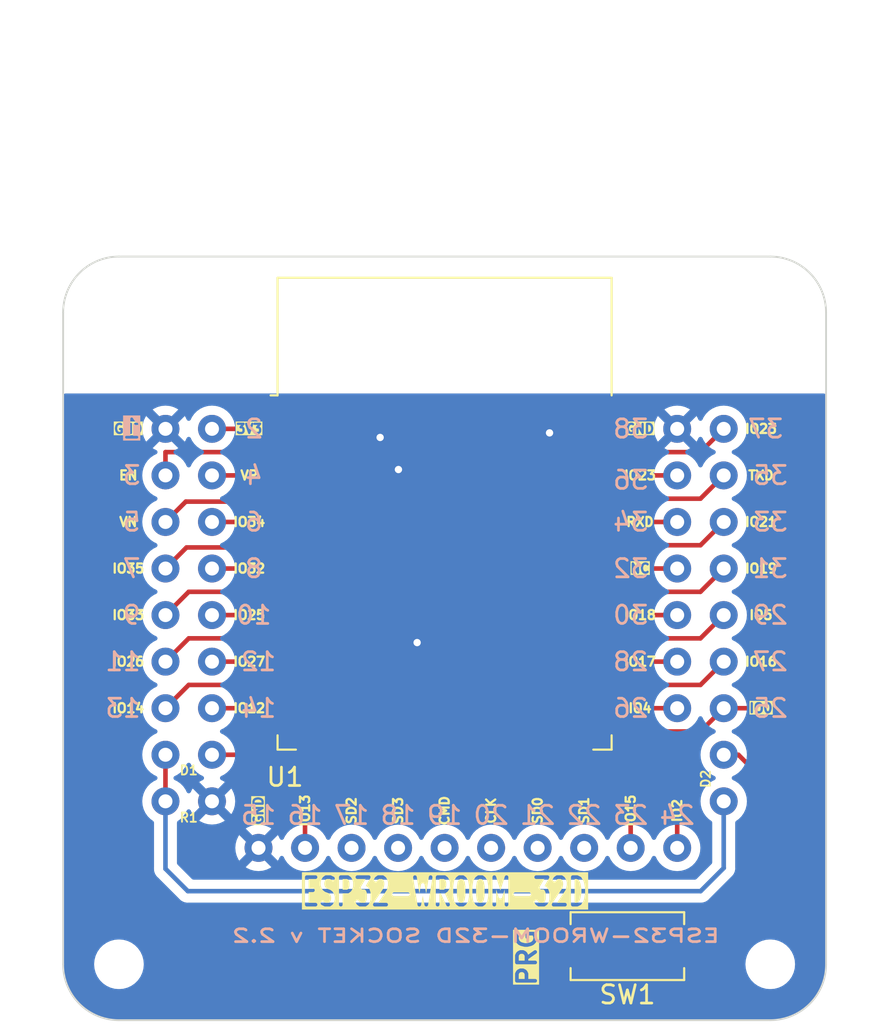
<source format=kicad_pcb>
(kicad_pcb (version 20221018) (generator pcbnew)
  (layers (0 "F.Cu" signal) (31 "B.Cu" signal) (34 "B.Paste" user) (35 "F.Paste" user) (36 "B.SilkS" user "B.Silkscreen") (37 "F.SilkS" user "F.Silkscreen") (38 "B.Mask" user) (39 "F.Mask" user) (44 "Edge.Cuts" user))
  (net 0 "")
  (net 1 "GND")
  (net 2 "+3V3")
  (net 3 "unconnected-(U1-EN-Pad3)")
  (net 4 "unconnected-(U1-SENSOR_VP-Pad4)")
  (net 5 "unconnected-(U1-SENSOR_VN-Pad5)")
  (net 6 "unconnected-(U1-IO34-Pad6)")
  (net 7 "unconnected-(U1-IO35-Pad7)")
  (net 8 "unconnected-(U1-IO32-Pad8)")
  (net 9 "unconnected-(U1-IO33-Pad9)")
  (net 10 "unconnected-(U1-IO25-Pad10)")
  (net 11 "unconnected-(U1-IO26-Pad11)")
  (net 12 "unconnected-(U1-IO27-Pad12)")
  (net 13 "unconnected-(U1-IO14-Pad13)")
  (net 14 "unconnected-(U1-IO12-Pad14)")
  (net 15 "unconnected-(U1-IO13-Pad16)")
  (net 22 "unconnected-(U1-IO15-Pad23)")
  (net 23 "unconnected-(U1-IO2-Pad24)")
  (net 24 "unconnected-(U1-IO4-Pad26)")
  (net 25 "unconnected-(U1-IO16-Pad27)")
  (net 26 "unconnected-(U1-IO17-Pad28)")
  (net 27 "unconnected-(U1-IO5-Pad29)")
  (net 28 "unconnected-(U1-IO18-Pad30)")
  (net 29 "unconnected-(U1-IO19-Pad31)")
  (net 30 "unconnected-(U1-NC-Pad32)")
  (net 31 "unconnected-(U1-IO21-Pad33)")
  (net 32 "unconnected-(U1-RXD0{slash}IO3-Pad34)")
  (net 33 "unconnected-(U1-TXD0{slash}IO1-Pad35)")
  (net 34 "unconnected-(U1-IO22-Pad36)")
  (net 35 "unconnected-(U1-IO23-Pad37)")
  (net 36 "Net-(D1-K)")
  (net 37 "Net-(D2-A)")
  (net 38 "Net-(U1-IO0)")
  (footprint "Alexander Footprints Library:R_2.5mm" (layer "F.Cu") (at 147.32 104.14)
    (fp_text reference "R1" (at -1.27 -1.651 unlocked) (layer "F.SilkS") (effects (font (size 0.5 0.5) (thickness 0.1))))
    (fp_text value "R")
    (pad "1" thru_hole circle (at -2.54 -2.54) (size 1.524 1.524) (drill 0.762) (layers "*.Cu" "*.Mask") (net 36 "Net-(D1-K)"))
    (pad "2" thru_hole circle (at 0 -2.54) (size 1.524 1.524) (drill 0.762) (layers "*.Cu" "*.Mask") (net 1 "GND"))
  )
  (footprint "Alexander Footprints Library:LED_2.5mm" (layer "F.Cu") (at 177.8 99.06 90)
    (fp_text reference "D2" (at -0.762 -3.2258 90 unlocked) (layer "F.SilkS") (effects (font (size 0.5 0.5) (thickness 0.1)) (justify right bottom)))
    (fp_text value "LED")
    (pad "1" thru_hole circle (at -2.54 -2.54 90) (size 1.524 1.524) (drill 0.762) (layers "*.Cu" "*.Mask") (net 36 "Net-(D1-K)"))
    (pad "2" thru_hole circle (at 0 -2.54 90) (size 1.524 1.524) (drill 0.762) (layers "*.Cu" "*.Mask") (net 37 "Net-(D2-A)"))
  )
  (footprint "MountingHole:MountingHole_2.2mm_M2" (layer "F.Cu") (at 142.24 74.93)
    (fp_text reference "H1" hide)
    (fp_text value "MountingHole_Pad_MP" hide)
    (pad "" np_thru_hole circle (at 0 0) (size 2.2 2.2) (drill 2.2) (layers "*.Cu" "*.Mask"))
  )
  (footprint "MountingHole:MountingHole_2.2mm_M2" (layer "F.Cu") (at 142.24 110.49)
    (fp_text reference "H3" hide)
    (fp_text value "MountingHole_Pad_MP" hide)
    (pad "" np_thru_hole circle (at 0 0) (size 2.2 2.2) (drill 2.2) (layers "*.Cu" "*.Mask"))
  )
  (footprint "MountingHole:MountingHole_2.2mm_M2" (layer "F.Cu") (at 177.8 110.49)
    (fp_text reference "H4" hide)
    (fp_text value "MountingHole_Pad_MP" hide)
    (pad "" np_thru_hole circle (at 0 0) (size 2.2 2.2) (drill 2.2) (layers "*.Cu" "*.Mask"))
  )
  (footprint "Alexander Footprints Library:LED_2.5mm" (layer "F.Cu") (at 147.32 109.22)
    (fp_text reference "D1" (at -1.27 -9.017 unlocked) (layer "F.SilkS") (effects (font (size 0.5 0.5) (thickness 0.1)) (justify bottom)))
    (fp_text value "LED")
    (pad "1" thru_hole circle (at -2.54 -10.16) (size 1.524 1.524) (drill 0.762) (layers "*.Cu" "*.Mask") (net 36 "Net-(D1-K)"))
    (pad "2" thru_hole circle (at 0 -10.16) (size 1.524 1.524) (drill 0.762) (layers "*.Cu" "*.Mask") (net 2 "+3V3"))
  )
  (footprint "MountingHole:MountingHole_2.2mm_M2" (layer "F.Cu") (at 177.8 74.93)
    (fp_text reference "H2" hide)
    (fp_text value "MountingHole_Pad_MP" hide)
    (pad "" np_thru_hole circle (at 0 0) (size 2.2 2.2) (drill 2.2) (layers "*.Cu" "*.Mask"))
  )
  (footprint "Alexander Footprints Library:ESP32-WROOM-Adapter-2" (layer "F.Cu") (at 160.02 88.9)
    (fp_text reference "U1" (at -7.62 10.795) (layer "F.SilkS") (effects (justify right top)))
    (fp_text value "ESP32-WROOM-32D")
    (fp_text user "ESP32-WROOM-32D" (at 0 17.653 unlocked) (layer "F.SilkS" knockout) (effects (font (size 1.5 1) (thickness 0.2) bold)))
    (fp_line (start -9.12 -15.86) (end -9.12 -9.445) (stroke (width 0.12)) (layer "F.SilkS"))
    (fp_line (start -9.12 -15.86) (end 9.12 -15.86) (stroke (width 0.12)) (layer "F.SilkS"))
    (fp_line (start -9.12 -9.445) (end -9.5 -9.445) (stroke (width 0.12)) (layer "F.SilkS"))
    (fp_line (start -9.12 9.1) (end -9.12 9.88) (stroke (width 0.12)) (layer "F.SilkS"))
    (fp_line (start -9.12 9.88) (end -8.12 9.88) (stroke (width 0.12)) (layer "F.SilkS"))
    (fp_line (start 9.12 -15.86) (end 9.12 -9.445) (stroke (width 0.12)) (layer "F.SilkS"))
    (fp_line (start 9.12 9.1) (end 9.12 9.88) (stroke (width 0.12)) (layer "F.SilkS"))
    (fp_line (start 9.12 9.88) (end 8.12 9.88) (stroke (width 0.12)) (layer "F.SilkS"))
    (pad "1" thru_hole circle (at -15.24 -7.62) (size 1.524 1.524) (drill 0.762) (layers "*.Cu" "*.Mask") (net 1 "GND"))
    (pad "1" smd rect (at -8.75 -8.25) (size 1.5 0.9) (layers "F.Cu" "F.Paste" "F.Mask") (net 1 "GND"))
    (pad "2" thru_hole circle (at -12.7 -7.62) (size 1.524 1.524) (drill 0.762) (layers "*.Cu" "*.Mask") (net 2 "+3V3"))
    (pad "2" smd rect (at -8.75 -6.98) (size 1.5 0.9) (layers "F.Cu" "F.Paste" "F.Mask") (net 2 "+3V3"))
    (pad "3" thru_hole circle (at -15.24 -5.08) (size 1.524 1.524) (drill 0.762) (layers "*.Cu" "*.Mask") (net 3 "unconnected-(U1-EN-Pad3)"))
    (pad "3" smd rect (at -8.75 -5.71) (size 1.5 0.9) (layers "F.Cu" "F.Paste" "F.Mask") (net 3 "unconnected-(U1-EN-Pad3)"))
    (pad "4" thru_hole circle (at -12.7 -5.08) (size 1.524 1.524) (drill 0.762) (layers "*.Cu" "*.Mask") (net 4 "unconnected-(U1-SENSOR_VP-Pad4)"))
    (pad "4" smd rect (at -8.75 -4.44) (size 1.5 0.9) (layers "F.Cu" "F.Paste" "F.Mask") (net 4 "unconnected-(U1-SENSOR_VP-Pad4)"))
    (pad "5" thru_hole circle (at -15.24 -2.54) (size 1.524 1.524) (drill 0.762) (layers "*.Cu" "*.Mask") (net 5 "unconnected-(U1-SENSOR_VN-Pad5)"))
    (pad "5" smd rect (at -8.75 -3.17) (size 1.5 0.9) (layers "F.Cu" "F.Paste" "F.Mask") (net 5 "unconnected-(U1-SENSOR_VN-Pad5)"))
    (pad "6" thru_hole circle (at -12.7 -2.54) (size 1.524 1.524) (drill 0.762) (layers "*.Cu" "*.Mask") (net 6 "unconnected-(U1-IO34-Pad6)"))
    (pad "6" smd rect (at -8.75 -1.9) (size 1.5 0.9) (layers "F.Cu" "F.Paste" "F.Mask") (net 6 "unconnected-(U1-IO34-Pad6)"))
    (pad "7" thru_hole circle (at -15.24 0) (size 1.524 1.524) (drill 0.762) (layers "*.Cu" "*.Mask") (net 7 "unconnected-(U1-IO35-Pad7)"))
    (pad "7" smd rect (at -8.75 -0.63) (size 1.5 0.9) (layers "F.Cu" "F.Paste" "F.Mask") (net 7 "unconnected-(U1-IO35-Pad7)"))
    (pad "8" thru_hole circle (at -12.7 0) (size 1.524 1.524) (drill 0.762) (layers "*.Cu" "*.Mask") (net 8 "unconnected-(U1-IO32-Pad8)"))
    (pad "8" smd rect (at -8.75 0.64) (size 1.5 0.9) (layers "F.Cu" "F.Paste" "F.Mask") (net 8 "unconnected-(U1-IO32-Pad8)"))
    (pad "9" thru_hole circle (at -15.24 2.54) (size 1.524 1.524) (drill 0.762) (layers "*.Cu" "*.Mask") (net 9 "unconnected-(U1-IO33-Pad9)"))
    (pad "9" smd rect (at -8.75 1.91) (size 1.5 0.9) (layers "F.Cu" "F.Paste" "F.Mask") (net 9 "unconnected-(U1-IO33-Pad9)"))
    (pad "10" thru_hole circle (at -12.7 2.54) (size 1.524 1.524) (drill 0.762) (layers "*.Cu" "*.Mask") (net 10 "unconnected-(U1-IO25-Pad10)"))
    (pad "10" smd rect (at -8.75 3.18) (size 1.5 0.9) (layers "F.Cu" "F.Paste" "F.Mask") (net 10 "unconnected-(U1-IO25-Pad10)"))
    (pad "11" thru_hole circle (at -15.24 5.08) (size 1.524 1.524) (drill 0.762) (layers "*.Cu" "*.Mask") (net 11 "unconnected-(U1-IO26-Pad11)"))
    (pad "11" smd rect (at -8.75 4.45) (size 1.5 0.9) (layers "F.Cu" "F.Paste" "F.Mask") (net 11 "unconnected-(U1-IO26-Pad11)"))
    (pad "12" thru_hole circle (at -12.7 5.08) (size 1.524 1.524) (drill 0.762) (layers "*.Cu" "*.Mask") (net 12 "unconnected-(U1-IO27-Pad12)"))
    (pad "12" smd rect (at -8.75 5.72) (size 1.5 0.9) (layers "F.Cu" "F.Paste" "F.Mask") (net 12 "unconnected-(U1-IO27-Pad12)"))
    (pad "13" thru_hole circle (at -15.24 7.62) (size 1.524 1.524) (drill 0.762) (layers "*.Cu" "*.Mask") (net 13 "unconnected-(U1-IO14-Pad13)"))
    (pad "13" smd rect (at -8.75 6.99) (size 1.5 0.9) (layers "F.Cu" "F.Paste" "F.Mask") (net 13 "unconnected-(U1-IO14-Pad13)"))
    (pad "14" thru_hole circle (at -12.7 7.62) (size 1.524 1.524) (drill 0.762) (layers "*.Cu" "*.Mask") (net 14 "unconnected-(U1-IO12-Pad14)"))
    (pad "14" smd rect (at -8.75 8.26) (size 1.5 0.9) (layers "F.Cu" "F.Paste" "F.Mask") (net 14 "unconnected-(U1-IO12-Pad14)"))
    (pad "15" thru_hole circle (at -10.16 15.24 90) (size 1.524 1.524) (drill 0.762) (layers "*.Cu" "*.Mask") (net 1 "GND"))
    (pad "15" smd rect (at -5.71 9.51 90) (size 1.5 0.9) (layers "F.Cu" "F.Paste" "F.Mask") (net 1 "GND"))
    (pad "16" thru_hole circle (at -7.62 15.24 90) (size 1.524 1.524) (drill 0.762) (layers "*.Cu" "*.Mask") (net 15 "unconnected-(U1-IO13-Pad16)"))
    (pad "16" smd rect (at -4.44 9.51 90) (size 1.5 0.9) (layers "F.Cu" "F.Paste" "F.Mask") (net 15 "unconnected-(U1-IO13-Pad16)"))
    (pad "17" thru_hole circle (at -5.08 15.24 90) (size 1.524 1.524) (drill 0.762) (layers "*.Cu" "*.Mask"))
    (pad "17" smd rect (at -3.17 9.51 90) (size 1.5 0.9) (layers "F.Cu" "F.Paste" "F.Mask"))
    (pad "18" thru_hole circle (at -2.54 15.24 90) (size 1.524 1.524) (drill 0.762) (layers "*.Cu" "*.Mask"))
    (pad "18" smd rect (at -1.9 9.51 90) (size 1.5 0.9) (layers "F.Cu" "F.Paste" "F.Mask"))
    (pad "19" smd rect (at -0.63 9.51 90) (size 1.5 0.9) (layers "F.Cu" "F.Paste" "F.Mask"))
    (pad "19" thru_hole circle (at 0 15.24 90) (size 1.524 1.524) (drill 0.762) (layers "*.Cu" "*.Mask"))
    (pad "20" smd rect (at 0.64 9.51 90) (size 1.5 0.9) (layers "F.Cu" "F.Paste" "F.Mask"))
    (pad "20" thru_hole circle (at 2.54 15.24 90) (size 1.524 1.524) (drill 0.762) (layers "*.Cu" "*.Mask"))
    (pad "21" smd rect (at 1.91 9.51 90) (size 1.5 0.9) (layers "F.Cu" "F.Paste" "F.Mask"))
    (pad "21" thru_hole circle (at 5.08 15.24 90) (size 1.524 1.524) (drill 0.762) (layers "*.Cu" "*.Mask"))
    (pad "22" smd rect (at 3.18 9.51 90) (size 1.5 0.9) (layers "F.Cu" "F.Paste" "F.Mask"))
    (pad "22" thru_hole circle (at 7.62 15.24 90) (size 1.524 1.524) (drill 0.762) (layers "*.Cu" "*.Mask"))
    (pad "23" smd rect (at 4.45 9.51 90) (size 1.5 0.9) (layers "F.Cu" "F.Paste" "F.Mask") (net 22 "unconnected-(U1-IO15-Pad23)"))
    (pad "23" thru_hole circle (at 10.16 15.24 90) (size 1.524 1.524) (drill 0.762) (layers "*.Cu" "*.Mask") (net 22 "unconnected-(U1-IO15-Pad23)"))
    (pad "24" smd rect (at 5.72 9.51 90) (size 1.5 0.9) (layers "F.Cu" "F.Paste" "F.Mask") (net 23 "unconnected-(U1-IO2-Pad24)"))
    (pad "24" thru_hole circle (at 12.7 15.24 90) (size 1.524 1.524) (drill 0.762) (layers "*.Cu" "*.Mask") (net 23 "unconnected-(U1-IO2-Pad24)"))
    (pad "25" smd rect (at 8.75 8.26) (size 1.5 0.9) (layers "F.Cu" "F.Paste" "F.Mask") (net 38 "Net-(U1-IO0)"))
    (pad "25" thru_hole circle (at 15.24 7.62) (size 1.524 1.524) (drill 0.762) (layers "*.Cu" "*.Mask") (net 38 "Net-(U1-IO0)"))
    (pad "26" smd rect (at 8.75 6.99) (size 1.5 0.9) (layers "F.Cu" "F.Paste" "F.Mask") (net 24 "unconnected-(U1-IO4-Pad26)"))
    (pad "26" thru_hole circle (at 12.7 7.62) (size 1.524 1.524) (drill 0.762) (layers "*.Cu" "*.Mask") (net 24 "unconnected-(U1-IO4-Pad26)"))
    (pad "27" smd rect (at 8.75 5.72) (size 1.5 0.9) (layers "F.Cu" "F.Paste" "F.Mask") (net 25 "unconnected-(U1-IO16-Pad27)"))
    (pad "27" thru_hole circle (at 15.24 5.08) (size 1.524 1.524) (drill 0.762) (layers "*.Cu" "*.Mask") (net 25 "unconnected-(U1-IO16-Pad27)"))
    (pad "28" smd rect (at 8.75 4.45) (size 1.5 0.9) (layers "F.Cu" "F.Paste" "F.Mask") (net 26 "unconnected-(U1-IO17-Pad28)"))
    (pad "28" thru_hole circle (at 12.7 5.08) (size 1.524 1.524) (drill 0.762) (layers "*.Cu" "*.Mask") (net 26 "unconnected-(U1-IO17-Pad28)"))
    (pad "29" smd rect (at 8.75 3.18) (size 1.5 0.9) (layers "F.Cu" "F.Paste" "F.Mask") (net 27 "unconnected-(U1-IO5-Pad29)"))
    (pad "29" thru_hole circle (at 15.24 2.54) (size 1.524 1.524) (drill 0.762) (layers "*.Cu" "*.Mask") (net 27 "unconnected-(U1-IO5-Pad29)"))
    (pad "30" smd rect (at 8.75 1.91) (size 1.5 0.9) (layers "F.Cu" "F.Paste" "F.Mask") (net 28 "unconnected-(U1-IO18-Pad30)"))
    (pad "30" thru_hole circle (at 12.7 2.54) (size 1.524 1.524) (drill 0.762) (layers "*.Cu" "*.Mask") (net 28 "unconnected-(U1-IO18-Pad30)"))
    (pad "31" smd rect (at 8.75 0.64) (size 1.5 0.9) (layers "F.Cu" "F.Paste" "F.Mask") (net 29 "unconnected-(U1-IO19-Pad31)"))
    (pad "31" thru_hole circle (at 15.24 0) (size 1.524 1.524) (drill 0.762) (layers "*.Cu" "*.Mask") (net 29 "unconnected-(U1-IO19-Pad31)"))
    (pad "32" smd rect (at 8.75 -0.63) (size 1.5 0.9) (layers "F.Cu" "F.Paste" "F.Mask") (net 30 "unconnected-(U1-NC-Pad32)"))
    (pad "32" thru_hole circle (at 12.7 0) (size 1.524 1.524) (drill 0.762) (layers "*.Cu" "*.Mask") (net 30 "unconnected-(U1-NC-Pad32)"))
    (pad "33" smd rect (at 8.75 -1.9) (size 1.5 0.9) (layers "F.Cu" "F.Paste" "F.Mask") (net 31 "unconnected-(U1-IO21-Pad33)"))
    (pad "33" thru_hole circle (at 15.24 -2.54) (size 1.524 1.524) (drill 0.762) (layers "*.Cu" "*.Mask") (net 31 "unconnected-(U1-IO21-Pad33)"))
    (pad "34" smd rect (at 8.75 -3.17) (size 1.5 0.9) (layers "F.Cu" "F.Paste" "F.Mask") (net 32 "unconnected-(U1-RXD0{slash}IO3-Pad34)"))
    (pad "34" thru_hole circle (at 12.7 -2.54) (size 1.524 1.524) (drill 0.762) (layers "*.Cu" "*.Mask") (net 32 "unconnected-(U1-RXD0{slash}IO3-Pad34)"))
    (pad "35" smd rect (at 8.75 -4.44) (size 1.5 0.9) (layers "F.Cu" "F.Paste" "F.Mask") (net 33 "unconnected-(U1-TXD0{slash}IO1-Pad35)"))
    (pad "35" thru_hole circle (at 15.24 -5.08) (size 1.524 1.524) (drill 0.762) (layers "*.Cu" "*.Mask") (net 33 "unconnected-(U1-TXD0{slash}IO1-Pad35)"))
    (pad "36" smd rect (at 8.75 -5.71) (size 1.5 0.9) (layers "F.Cu" "F.Paste" "F.Mask") (net 34 "unconnected-(U1-IO22-Pad36)"))
    (pad "36" thru_hole circle (at 12.7 -5.08) (size 1.524 1.524) (drill 0.762) (layers "*.Cu" "*.Mask") (net 34 "unconnected-(U1-IO22-Pad36)"))
    (pad "37" smd rect (at 8.75 -6.98) (size 1.5 0.9) (layers "F.Cu" "F.Paste" "F.Mask") (net 35 "unconnected-(U1-IO23-Pad37)"))
    (pad "37" thru_hole circle (at 15.24 -7.62) (size 1.524 1.524) (drill 0.762) (layers "*.Cu" "*.Mask") (net 35 "unconnected-(U1-IO23-Pad37)"))
    (pad "38" smd rect (at 8.75 -8.25) (size 1.5 0.9) (layers "F.Cu" "F.Paste" "F.Mask") (net 1 "GND"))
    (pad "38" thru_hole circle (at 12.7 -7.62) (size 1.524 1.524) (drill 0.762) (layers "*.Cu" "*.Mask") (net 1 "GND"))
    (pad "39" smd rect (at -1.5 -0.53) (size 3.8 3.8) (layers "F.Cu" "F.Mask") (net 1 "GND"))
    (zone (net 0) (net_name "") (layers "*.Cu") (connect_pads (clearance 0)) (min_thickness 0.254)
      (keepout (tracks not_allowed) (vias not_allowed) (pads not_allowed) (copperpour not_allowed) (footprints not_allowed))
      (fill (thermal_gap 0.508) (thermal_bridge_width 0.508))
      (polygon (pts (xy 136.02 79.35) (xy 184.02 79.35) (xy 184.02 58.16) (xy 136.02 58.16)))
    )
  )
  (footprint "Button_Switch_SMD:SW_SPST_EVQPE1" (layer "F.Cu") (at 170 109.5 180)
    (fp_text reference "SW1" (at 0 -2.65) (layer "F.SilkS"))
    (fp_text value "PRG")
    (fp_line (start -3.1 -1.85) (end -3.1 -1.2) (stroke (width 0.12)) (layer "F.SilkS"))
    (fp_line (start -3.1 1.2) (end -3.1 1.85) (stroke (width 0.12)) (layer "F.SilkS"))
    (fp_line (start -3.1 1.85) (end 3.1 1.85) (stroke (width 0.12)) (layer "F.SilkS"))
    (fp_line (start 3.1 -1.85) (end -3.1 -1.85) (stroke (width 0.12)) (layer "F.SilkS"))
    (fp_line (start 3.1 -1.85) (end 3.1 -1.2) (stroke (width 0.12)) (layer "F.SilkS"))
    (fp_line (start 3.1 1.85) (end 3.1 1.2) (stroke (width 0.12)) (layer "F.SilkS"))
    (pad "1" smd rect (at -2.7 0 180) (size 2 1.6) (layers "F.Cu" "F.Paste" "F.Mask") (net 38 "Net-(U1-IO0)"))
    (pad "2" smd rect (at 2.7 0 180) (size 2 1.6) (layers "F.Cu" "F.Paste" "F.Mask") (net 37 "Net-(D2-A)"))
  )
  (gr_line (start 177.8 113.538) (end 142.24 113.538) (stroke (width 0.1)) (layer "Edge.Cuts"))
  (gr_arc (start 177.8 71.882) (mid 179.955261 72.774739) (end 180.848 74.93) (stroke (width 0.1)) (layer "Edge.Cuts"))
  (gr_arc (start 139.192 74.93) (mid 140.084739 72.774739) (end 142.24 71.882) (stroke (width 0.1)) (layer "Edge.Cuts"))
  (gr_arc (start 142.24 113.538) (mid 140.084739 112.645261) (end 139.192 110.49) (stroke (width 0.1)) (layer "Edge.Cuts"))
  (gr_arc (start 180.848 110.49) (mid 179.955261 112.645261) (end 177.8 113.538) (stroke (width 0.1)) (layer "Edge.Cuts"))
  (gr_line (start 139.192 74.93) (end 139.192 110.49) (stroke (width 0.1)) (layer "Edge.Cuts"))
  (gr_line (start 177.8 71.882) (end 142.24 71.882) (stroke (width 0.1)) (layer "Edge.Cuts"))
  (gr_line (start 180.848 110.49) (end 180.848 74.93) (stroke (width 0.1)) (layer "Edge.Cuts"))
  (gr_text "26" (at 170.18 96.52) (layer "B.SilkS") (effects (font (size 1 1)) (justify mirror)))
  (gr_text "14" (at 149.86 96.52) (layer "B.SilkS") (effects (font (size 1 1)) (justify mirror)))
  (gr_text "18" (at 157.48 102.362) (layer "B.SilkS") (effects (font (size 1 1)) (justify mirror)))
  (gr_text "13" (at 143.51 96.52) (layer "B.SilkS") (effects (font (size 1 1)) (justify left mirror)))
  (gr_text "15" (at 149.86 102.362) (layer "B.SilkS") (effects (font (size 1 1)) (justify mirror)))
  (gr_text "24" (at 172.72 102.362) (layer "B.SilkS") (effects (font (size 1 1)) (justify mirror)))
  (gr_text "6" (at 149.606 86.36) (layer "B.SilkS") (effects (font (size 1 1)) (justify mirror)))
  (gr_text "7" (at 143.51 88.9) (layer "B.SilkS") (effects (font (size 1 1)) (justify left mirror)))
  (gr_text "28" (at 170.18 93.98) (layer "B.SilkS") (effects (font (size 1 1)) (justify mirror)))
  (gr_text "33" (at 177.8 86.36) (layer "B.SilkS") (effects (font (size 1 1)) (justify mirror)))
  (gr_text "19" (at 160.02 102.362) (layer "B.SilkS") (effects (font (size 1 1)) (justify mirror)))
  (gr_text "5" (at 143.51 86.36) (layer "B.SilkS") (effects (font (size 1 1)) (justify left mirror)))
  (gr_text "31" (at 177.8 88.9) (layer "B.SilkS") (effects (font (size 1 1)) (justify mirror)))
  (gr_text "10" (at 149.606 91.44) (layer "B.SilkS") (effects (font (size 1 1)) (justify mirror)))
  (gr_text "16" (at 152.4 102.362) (layer "B.SilkS") (effects (font (size 1 1)) (justify mirror)))
  (gr_text "3" (at 143.51 83.82) (layer "B.SilkS") (effects (font (size 1 1)) (justify left mirror)))
  (gr_text "32" (at 170.18 88.9) (layer "B.SilkS") (effects (font (size 1 1)) (justify mirror)))
  (gr_text "22" (at 167.64 102.362) (layer "B.SilkS") (effects (font (size 1 1)) (justify mirror)))
  (gr_text "27" (at 177.8 93.98) (layer "B.SilkS") (effects (font (size 1 1)) (justify mirror)))
  (gr_text "4" (at 149.606 83.82) (layer "B.SilkS") (effects (font (size 1 1)) (justify mirror)))
  (gr_text "25" (at 177.8 96.52) (layer "B.SilkS") (effects (font (size 1 1)) (justify mirror)))
  (gr_text "8" (at 149.606 88.9) (layer "B.SilkS") (effects (font (size 1 1)) (justify mirror)))
  (gr_text "17" (at 154.94 102.362) (layer "B.SilkS") (effects (font (size 1 1)) (justify mirror)))
  (gr_text "36" (at 170.18 84.074) (layer "B.SilkS") (effects (font (size 1 1)) (justify mirror)))
  (gr_text "37" (at 177.546 81.28) (layer "B.SilkS") (effects (font (size 1 1)) (justify mirror)))
  (gr_text "23\n" (at 170.18 102.362) (layer "B.SilkS") (effects (font (size 1 1)) (justify mirror)))
  (gr_text "29" (at 177.8 91.44) (layer "B.SilkS") (effects (font (size 1 1)) (justify mirror)))
  (gr_text "35" (at 177.8 83.82) (layer "B.SilkS") (effects (font (size 1 1)) (justify mirror)))
  (gr_text "30" (at 170.18 91.44) (layer "B.SilkS") (effects (font (size 1 1)) (justify mirror)))
  (gr_text "9" (at 143.51 91.44) (layer "B.SilkS") (effects (font (size 1 1)) (justify left mirror)))
  (gr_text "11" (at 143.51 93.98) (layer "B.SilkS") (effects (font (size 1 1)) (justify left mirror)))
  (gr_text "34" (at 170.18 86.36) (layer "B.SilkS") (effects (font (size 1 1)) (justify mirror)))
  (gr_text "2" (at 149.606 81.28) (layer "B.SilkS") (effects (font (size 1 1)) (justify mirror)))
  (gr_text "20" (at 162.56 102.362) (layer "B.SilkS") (effects (font (size 1 1)) (justify mirror)))
  (gr_text "12" (at 149.86 93.98) (layer "B.SilkS") (effects (font (size 1 1)) (justify mirror)))
  (gr_text "21" (at 165.1 102.362) (layer "B.SilkS") (effects (font (size 1 1)) (justify mirror)))
  (gr_text "1" (at 143.51 81.28) (layer "B.SilkS" knockout) (effects (font (size 1 1)) (justify left mirror)))
  (gr_text "38" (at 170.18 81.28) (layer "B.SilkS") (effects (font (size 1 1)) (justify mirror)))
  (gr_text "ESP32-WROOM-32D SOCKET v 2.2" (at 175.133 109.347) (layer "B.SilkS") (effects (font (size 0.7 1)) (justify left bottom mirror)))
  (gr_text "RXD" (at 170.688 86.36) (layer "F.SilkS") (effects (font (size 0.5 0.5) (thickness 0.125))))
  (gr_text "CMD" (at 160.02 102.108 90) (layer "F.SilkS") (effects (font (size 0.5 0.5) (thickness 0.125))))
  (gr_text "IO23" (at 170.688 83.82) (layer "F.SilkS") (effects (font (size 0.5 0.5) (thickness 0.125))))
  (gr_text "SD2" (at 154.94 102.108 90) (layer "F.SilkS") (effects (font (size 0.5 0.5) (thickness 0.125))))
  (gr_text "CLK" (at 162.56 102.108 90) (layer "F.SilkS") (effects (font (size 0.5 0.5) (thickness 0.125))))
  (gr_text "IO18" (at 170.688 91.44) (layer "F.SilkS") (effects (font (size 0.5 0.5) (thickness 0.125))))
  (gr_text "IO13" (at 152.4 102.108 90) (layer "F.SilkS") (effects (font (size 0.5 0.5) (thickness 0.125))))
  (gr_text "SD0" (at 165.1 102.108 90) (layer "F.SilkS") (effects (font (size 0.5 0.5) (thickness 0.125))))
  (gr_text "IO35" (at 142.748 88.9) (layer "F.SilkS") (effects (font (size 0.5 0.5) (thickness 0.125))))
  (gr_text "IO4" (at 170.688 96.52) (layer "F.SilkS") (effects (font (size 0.5 0.5) (thickness 0.125))))
  (gr_text "IO14" (at 142.748 96.52) (layer "F.SilkS") (effects (font (size 0.5 0.5) (thickness 0.125))))
  (gr_text "IO15" (at 170.18 102.108 90) (layer "F.SilkS") (effects (font (size 0.5 0.5) (thickness 0.125))))
  (gr_text "PRG" (at 165.1 111.76 90) (layer "F.SilkS" knockout) (effects (font (size 1 1) (thickness 0.2) bold) (justify left bottom)))
  (gr_text "IO5" (at 177.292 91.44) (layer "F.SilkS") (effects (font (size 0.5 0.5) (thickness 0.125))))
  (gr_text "VN" (at 142.748 86.36) (layer "F.SilkS") (effects (font (size 0.5 0.5) (thickness 0.125))))
  (gr_text "IO25" (at 149.352 91.44) (layer "F.SilkS") (effects (font (size 0.5 0.5) (thickness 0.125))))
  (gr_text "SD1" (at 167.64 102.108 90) (layer "F.SilkS") (effects (font (size 0.5 0.5) (thickness 0.125))))
  (gr_text "IO12" (at 149.352 96.52) (layer "F.SilkS") (effects (font (size 0.5 0.5) (thickness 0.125))))
  (gr_text "3V3" (at 149.352 81.28) (layer "F.SilkS" knockout) (effects (font (size 0.5 0.5) (thickness 0.125))))
  (gr_text "IO26" (at 142.748 93.98) (layer "F.SilkS") (effects (font (size 0.5 0.5) (thickness 0.125))))
  (gr_text "VP" (at 149.352 83.82) (layer "F.SilkS") (effects (font (size 0.5 0.5) (thickness 0.125))))
  (gr_text "GND" (at 142.748 81.28) (layer "F.SilkS" knockout) (effects (font (size 0.5 0.5) (thickness 0.125))))
  (gr_text "IO34" (at 149.352 86.36) (layer "F.SilkS") (effects (font (size 0.5 0.5) (thickness 0.125))))
  (gr_text "IO23" (at 177.292 81.28) (layer "F.SilkS") (effects (font (size 0.5 0.5) (thickness 0.125))))
  (gr_text "IO16" (at 177.292 93.98) (layer "F.SilkS") (effects (font (size 0.5 0.5) (thickness 0.125))))
  (gr_text "IO17" (at 170.688 93.98) (layer "F.SilkS") (effects (font (size 0.5 0.5) (thickness 0.125))))
  (gr_text "IO0" (at 177.292 96.52) (layer "F.SilkS" knockout) (effects (font (size 0.5 0.5) (thickness 0.125))))
  (gr_text "TXD" (at 177.292 83.82) (layer "F.SilkS") (effects (font (size 0.5 0.5) (thickness 0.125))))
  (gr_text "SD3" (at 157.48 102.108 90) (layer "F.SilkS") (effects (font (size 0.5 0.5) (thickness 0.125))))
  (gr_text "EN" (at 142.748 83.82) (layer "F.SilkS") (effects (font (size 0.5 0.5) (thickness 0.125))))
  (gr_text "IO19" (at 177.292 88.9) (layer "F.SilkS") (effects (font (size 0.5 0.5) (thickness 0.125))))
  (gr_text "IO32" (at 149.352 88.9) (layer "F.SilkS") (effects (font (size 0.5 0.5) (thickness 0.125))))
  (gr_text "GND" (at 170.688 81.28) (layer "F.SilkS" knockout) (effects (font (size 0.5 0.5) (thickness 0.125))))
  (gr_text "IO27" (at 149.352 93.98) (layer "F.SilkS") (effects (font (size 0.5 0.5) (thickness 0.125))))
  (gr_text "GND" (at 149.86 102.108 90) (layer "F.SilkS" knockout) (effects (font (size 0.5 0.5) (thickness 0.125))))
  (gr_text "IO21" (at 177.292 86.36) (layer "F.SilkS") (effects (font (size 0.5 0.5) (thickness 0.125))))
  (gr_text "IO33" (at 142.748 91.44) (layer "F.SilkS") (effects (font (size 0.5 0.5) (thickness 0.125))))
  (gr_text "NC" (at 170.688 88.9) (layer "F.SilkS" knockout) (effects (font (size 0.5 0.5) (thickness 0.125))))
  (gr_text "IO2" (at 172.72 102.108 90) (layer "F.SilkS") (effects (font (size 0.5 0.5) (thickness 0.125))))
  (segment (start 167 80.65) (end 160.19 80.65) (width 0.25) (layer "F.Cu") (net 1))
  (segment (start 156.85 80.65) (end 158.52 82.32) (width 0.25) (layer "F.Cu") (net 1))
  (segment (start 158.52 92.94) (end 158.52 88.37) (width 0.25) (layer "F.Cu") (net 1))
  (segment (start 158.52 83.5) (end 158.52 88.37) (width 0.25) (layer "F.Cu") (net 1))
  (segment (start 156.85 80.65) (end 156.85 81.4) (width 0.25) (layer "F.Cu") (net 1))
  (segment (start 156.85 81.4) (end 156.5 81.75) (width 0.25) (layer "F.Cu") (net 1))
  (segment (start 154.31 98.41) (end 154.31 97.15) (width 0.25) (layer "F.Cu") (net 1))
  (segment (start 168.77 80.65) (end 167 80.65) (width 0.25) (layer "F.Cu") (net 1))
  (segment (start 158.52 83.5) (end 157.5 83.5) (width 0.25) (layer "F.Cu") (net 1))
  (segment (start 154.31 97.15) (end 158.52 92.94) (width 0.25) (layer "F.Cu") (net 1))
  (segment (start 158.52 82.32) (end 158.52 83.5) (width 0.25) (layer "F.Cu") (net 1))
  (segment (start 160.19 80.65) (end 158.52 82.32) (width 0.25) (layer "F.Cu") (net 1))
  (segment (start 151.27 80.65) (end 156.85 80.65) (width 0.25) (layer "F.Cu") (net 1))
  (segment (start 166.6 80.65) (end 165.75 81.5) (width 0.25) (layer "F.Cu") (net 1))
  (segment (start 167 80.65) (end 166.6 80.65) (width 0.25) (layer "F.Cu") (net 1))
  (via (at 157.5 83.5) (size 0.8) (drill 0.4) (layers "F.Cu" "B.Cu") (net 1))
  (via (at 165.75 81.5) (size 0.8) (drill 0.4) (layers "F.Cu" "B.Cu") (net 1))
  (via (at 158.52 92.94) (size 0.8) (drill 0.4) (layers "F.Cu" "B.Cu") (net 1))
  (via (at 156.5 81.75) (size 0.8) (drill 0.4) (layers "F.Cu" "B.Cu") (net 1))
  (segment (start 147.32 99.06) (end 151.892 99.06) (width 0.25) (layer "F.Cu") (net 2))
  (segment (start 152.908 82.169) (end 152.659 81.92) (width 0.25) (layer "F.Cu") (net 2))
  (segment (start 149.22 81.28) (end 149.86 81.92) (width 0.25) (layer "F.Cu") (net 2))
  (segment (start 151.27 81.92) (end 149.86 81.92) (width 0.25) (layer "F.Cu") (net 2))
  (segment (start 152.659 81.92) (end 151.27 81.92) (width 0.25) (layer "F.Cu") (net 2))
  (segment (start 147.32 81.28) (end 149.22 81.28) (width 0.25) (layer "F.Cu") (net 2))
  (segment (start 152.908 98.044) (end 152.908 82.169) (width 0.25) (layer "F.Cu") (net 2))
  (segment (start 151.892 99.06) (end 152.908 98.044) (width 0.25) (layer "F.Cu") (net 2))
  (segment (start 149.22 82.55) (end 144.78 82.55) (width 0.25) (layer "F.Cu") (net 3))
  (segment (start 149.86 83.19) (end 149.22 82.55) (width 0.25) (layer "F.Cu") (net 3))
  (segment (start 151.27 83.19) (end 149.86 83.19) (width 0.25) (layer "F.Cu") (net 3))
  (segment (start 144.78 82.55) (end 144.78 83.82) (width 0.25) (layer "F.Cu") (net 3))
  (segment (start 147.32 83.82) (end 149.098 83.82) (width 0.25) (layer "F.Cu") (net 4))
  (segment (start 149.098 83.82) (end 149.738 84.46) (width 0.25) (layer "F.Cu") (net 4))
  (segment (start 149.738 84.46) (end 151.27 84.46) (width 0.25) (layer "F.Cu") (net 4))
  (segment (start 149.86 85.73) (end 151.27 85.73) (width 0.25) (layer "F.Cu") (net 5))
  (segment (start 149.38 85.25) (end 149.86 85.73) (width 0.25) (layer "F.Cu") (net 5))
  (segment (start 144.78 86.36) (end 145.89 85.25) (width 0.25) (layer "F.Cu") (net 5))
  (segment (start 145.89 85.25) (end 149.38 85.25) (width 0.25) (layer "F.Cu") (net 5))
  (segment (start 149.098 86.36) (end 147.32 86.36) (width 0.25) (layer "F.Cu") (net 6))
  (segment (start 149.738 87) (end 149.098 86.36) (width 0.25) (layer "F.Cu") (net 6))
  (segment (start 151.27 87) (end 149.738 87) (width 0.25) (layer "F.Cu") (net 6))
  (segment (start 149.86 88.27) (end 151.27 88.27) (width 0.25) (layer "F.Cu") (net 7))
  (segment (start 145.93 87.75) (end 149.34 87.75) (width 0.25) (layer "F.Cu") (net 7))
  (segment (start 144.78 88.9) (end 145.93 87.75) (width 0.25) (layer "F.Cu") (net 7))
  (segment (start 149.34 87.75) (end 149.86 88.27) (width 0.25) (layer "F.Cu") (net 7))
  (segment (start 151.27 89.54) (end 149.992 89.54) (width 0.25) (layer "F.Cu") (net 8))
  (segment (start 149.352 88.9) (end 147.32 88.9) (width 0.25) (layer "F.Cu") (net 8))
  (segment (start 149.992 89.54) (end 149.352 88.9) (width 0.25) (layer "F.Cu") (net 8))
  (segment (start 149.22 90.17) (end 149.86 90.81) (width 0.25) (layer "F.Cu") (net 9))
  (segment (start 146.05 90.17) (end 149.22 90.17) (width 0.25) (layer "F.Cu") (net 9))
  (segment (start 144.78 91.44) (end 146.05 90.17) (width 0.25) (layer "F.Cu") (net 9))
  (segment (start 149.86 90.81) (end 151.27 90.81) (width 0.25) (layer "F.Cu") (net 9))
  (segment (start 149.738 92.08) (end 149.098 91.44) (width 0.25) (layer "F.Cu") (net 10))
  (segment (start 151.27 92.08) (end 149.738 92.08) (width 0.25) (layer "F.Cu") (net 10))
  (segment (start 149.098 91.44) (end 147.32 91.44) (width 0.25) (layer "F.Cu") (net 10))
  (segment (start 148.59 92.71) (end 146.05 92.71) (width 0.25) (layer "F.Cu") (net 11))
  (segment (start 149.23 93.35) (end 148.59 92.71) (width 0.25) (layer "F.Cu") (net 11))
  (segment (start 146.05 92.71) (end 144.78 93.98) (width 0.25) (layer "F.Cu") (net 11))
  (segment (start 151.27 93.35) (end 149.23 93.35) (width 0.25) (layer "F.Cu") (net 11))
  (segment (start 151.27 94.62) (end 149.23 94.62) (width 0.25) (layer "F.Cu") (net 12))
  (segment (start 148.59 93.98) (end 147.32 93.98) (width 0.25) (layer "F.Cu") (net 12))
  (segment (start 149.23 94.62) (end 148.59 93.98) (width 0.25) (layer "F.Cu") (net 12))
  (segment (start 144.78 96.52) (end 146.05 95.25) (width 0.25) (layer "F.Cu") (net 13))
  (segment (start 146.05 95.25) (end 148.59 95.25) (width 0.25) (layer "F.Cu") (net 13))
  (segment (start 149.23 95.89) (end 151.27 95.89) (width 0.25) (layer "F.Cu") (net 13))
  (segment (start 148.59 95.25) (end 149.23 95.89) (width 0.25) (layer "F.Cu") (net 13))
  (segment (start 148.844 96.52) (end 147.32 96.52) (width 0.25) (layer "F.Cu") (net 14))
  (segment (start 149.484 97.16) (end 148.844 96.52) (width 0.25) (layer "F.Cu") (net 14))
  (segment (start 151.27 97.16) (end 149.484 97.16) (width 0.25) (layer "F.Cu") (net 14))
  (segment (start 155.58 98.41) (end 155.58 100.92) (width 0.25) (layer "F.Cu") (net 15))
  (segment (start 155.58 100.92) (end 155.154 101.346) (width 0.25) (layer "F.Cu") (net 15))
  (segment (start 153.924 101.346) (end 152.4 102.87) (width 0.25) (layer "F.Cu") (net 15))
  (segment (start 155.154 101.346) (end 153.924 101.346) (width 0.25) (layer "F.Cu") (net 15))
  (segment (start 152.4 102.87) (end 152.4 104.14) (width 0.25) (layer "F.Cu") (net 15))
  (segment (start 164.47 100.97) (end 165.25 101.75) (width 0.25) (layer "F.Cu") (net 22))
  (segment (start 164.47 98.41) (end 164.47 100.97) (width 0.25) (layer "F.Cu") (net 22))
  (segment (start 170.18 102.68) (end 170.18 104.14) (width 0.25) (layer "F.Cu") (net 22))
  (segment (start 165.25 101.75) (end 169.25 101.75) (width 0.25) (layer "F.Cu") (net 22))
  (segment (start 169.25 101.75) (end 170.18 102.68) (width 0.25) (layer "F.Cu") (net 22))
  (segment (start 171.508 101.15) (end 172.72 102.362) (width 0.25) (layer "F.Cu") (net 23))
  (segment (start 165.74 98.41) (end 165.74 100.35) (width 0.25) (layer "F.Cu") (net 23))
  (segment (start 165.74 100.35) (end 166.54 101.15) (width 0.25) (layer "F.Cu") (net 23))
  (segment (start 166.54 101.15) (end 171.508 101.15) (width 0.25) (layer "F.Cu") (net 23))
  (segment (start 172.72 102.362) (end 172.72 104.14) (width 0.25) (layer "F.Cu") (net 23))
  (segment (start 170.942 96.52) (end 172.72 96.52) (width 0.25) (layer "F.Cu") (net 24))
  (segment (start 170.312 95.89) (end 170.942 96.52) (width 0.25) (layer "F.Cu") (net 24))
  (segment (start 168.77 95.89) (end 170.312 95.89) (width 0.25) (layer "F.Cu") (net 24))
  (segment (start 173.99 95.25) (end 175.26 93.98) (width 0.25) (layer "F.Cu") (net 25))
  (segment (start 169.733 94.62) (end 170.363 95.25) (width 0.25) (layer "F.Cu") (net 25))
  (segment (start 170.363 95.25) (end 173.99 95.25) (width 0.25) (layer "F.Cu") (net 25))
  (segment (start 168.77 94.62) (end 169.733 94.62) (width 0.25) (layer "F.Cu") (net 25))
  (segment (start 168.77 93.35) (end 170.312 93.35) (width 0.25) (layer "F.Cu") (net 26))
  (segment (start 170.942 93.98) (end 172.72 93.98) (width 0.25) (layer "F.Cu") (net 26))
  (segment (start 170.312 93.35) (end 170.942 93.98) (width 0.25) (layer "F.Cu") (net 26))
  (segment (start 171.074 92.08) (end 171.704 92.71) (width 0.25) (layer "F.Cu") (net 27))
  (segment (start 173.99 92.71) (end 175.26 91.44) (width 0.25) (layer "F.Cu") (net 27))
  (segment (start 168.77 92.08) (end 171.074 92.08) (width 0.25) (layer "F.Cu") (net 27))
  (segment (start 171.704 92.71) (end 173.99 92.71) (width 0.25) (layer "F.Cu") (net 27))
  (segment (start 170.942 91.44) (end 172.72 91.44) (width 0.25) (layer "F.Cu") (net 28))
  (segment (start 170.312 90.81) (end 170.942 91.44) (width 0.25) (layer "F.Cu") (net 28))
  (segment (start 168.77 90.81) (end 170.312 90.81) (width 0.25) (layer "F.Cu") (net 28))
  (segment (start 173.99 90.17) (end 175.26 88.9) (width 0.25) (layer "F.Cu") (net 29))
  (segment (start 168.77 89.54) (end 169.733 89.54) (width 0.25) (layer "F.Cu") (net 29))
  (segment (start 170.363 90.17) (end 173.99 90.17) (width 0.25) (layer "F.Cu") (net 29))
  (segment (start 169.733 89.54) (end 170.363 90.17) (width 0.25) (layer "F.Cu") (net 29))
  (segment (start 171.196 88.9) (end 172.72 88.9) (width 0.25) (layer "F.Cu") (net 30))
  (segment (start 168.77 88.27) (end 170.566 88.27) (width 0.25) (layer "F.Cu") (net 30))
  (segment (start 170.566 88.27) (end 171.196 88.9) (width 0.25) (layer "F.Cu") (net 30))
  (segment (start 170.363 87.63) (end 173.99 87.63) (width 0.25) (layer "F.Cu") (net 31))
  (segment (start 173.99 87.63) (end 175.26 86.36) (width 0.25) (layer "F.Cu") (net 31))
  (segment (start 168.77 87) (end 169.733 87) (width 0.25) (layer "F.Cu") (net 31))
  (segment (start 169.733 87) (end 170.363 87.63) (width 0.25) (layer "F.Cu") (net 31))
  (segment (start 168.77 85.73) (end 170.566 85.73) (width 0.25) (layer "F.Cu") (net 32))
  (segment (start 170.566 85.73) (end 171.196 86.36) (width 0.25) (layer "F.Cu") (net 32))
  (segment (start 171.196 86.36) (end 172.72 86.36) (width 0.25) (layer "F.Cu") (net 32))
  (segment (start 170.82 84.46) (end 171.45 85.09) (width 0.25) (layer "F.Cu") (net 33))
  (segment (start 173.99 85.09) (end 175.26 83.82) (width 0.25) (layer "F.Cu") (net 33))
  (segment (start 171.45 85.09) (end 173.99 85.09) (width 0.25) (layer "F.Cu") (net 33))
  (segment (start 168.77 84.46) (end 170.82 84.46) (width 0.25) (layer "F.Cu") (net 33))
  (segment (start 168.77 83.19) (end 170.566 83.19) (width 0.25) (layer "F.Cu") (net 34))
  (segment (start 170.566 83.19) (end 171.196 83.82) (width 0.25) (layer "F.Cu") (net 34))
  (segment (start 171.196 83.82) (end 172.72 83.82) (width 0.25) (layer "F.Cu") (net 34))
  (segment (start 173.99 82.55) (end 175.26 81.28) (width 0.25) (layer "F.Cu") (net 35))
  (segment (start 168.77 81.92) (end 170.82 81.92) (width 0.25) (layer "F.Cu") (net 35))
  (segment (start 170.82 81.92) (end 171.45 82.55) (width 0.25) (layer "F.Cu") (net 35))
  (segment (start 171.45 82.55) (end 173.99 82.55) (width 0.25) (layer "F.Cu") (net 35))
  (segment (start 144.78 101.6) (end 144.78 99.06) (width 0.25) (layer "F.Cu") (net 36))
  (segment (start 174 106.5) (end 146 106.5) (width 0.25) (layer "B.Cu") (net 36))
  (segment (start 144.78 105.28) (end 144.78 101.6) (width 0.25) (layer "B.Cu") (net 36))
  (segment (start 175.26 105.24) (end 174 106.5) (width 0.25) (layer "B.Cu") (net 36))
  (segment (start 175.26 101.6) (end 175.26 105.24) (width 0.25) (layer "B.Cu") (net 36))
  (segment (start 146 106.5) (end 144.78 105.28) (width 0.25) (layer "B.Cu") (net 36))
  (segment (start 175.25 107.75) (end 177 106) (width 0.25) (layer "F.Cu") (net 37))
  (segment (start 177 106) (end 177 100) (width 0.25) (layer "F.Cu") (net 37))
  (segment (start 167.3 109.5) (end 167.3 108.2) (width 0.25) (layer "F.Cu") (net 37))
  (segment (start 167.3 108.2) (end 167.75 107.75) (width 0.25) (layer "F.Cu") (net 37))
  (segment (start 167.75 107.75) (end 175.25 107.75) (width 0.25) (layer "F.Cu") (net 37))
  (segment (start 177 100) (end 176.06 99.06) (width 0.25) (layer "F.Cu") (net 37))
  (segment (start 176.06 99.06) (end 175.26 99.06) (width 0.25) (layer "F.Cu") (net 37))
  (segment (start 168.77 97.16) (end 169.926 97.16) (width 0.25) (layer "F.Cu") (net 38))
  (segment (start 170.556 97.79) (end 173.99 97.79) (width 0.25) (layer "F.Cu") (net 38))
  (segment (start 174.25 109.5) (end 177.5 106.25) (width 0.25) (layer "F.Cu") (net 38))
  (segment (start 169.926 97.16) (end 170.556 97.79) (width 0.25) (layer "F.Cu") (net 38))
  (segment (start 177.5 106.25) (end 177.5 97.25) (width 0.25) (layer "F.Cu") (net 38))
  (segment (start 176.77 96.52) (end 175.26 96.52) (width 0.25) (layer "F.Cu") (net 38))
  (segment (start 173.99 97.79) (end 175.26 96.52) (width 0.25) (layer "F.Cu") (net 38))
  (segment (start 172.7 109.5) (end 174.25 109.5) (width 0.25) (layer "F.Cu") (net 38))
  (segment (start 177.5 97.25) (end 176.77 96.52) (width 0.25) (layer "F.Cu") (net 38))
  (zone (net 1) (net_name "GND") (layer "B.Cu") (name "GND") (connect_pads (clearance 0.5)) (min_thickness 0.25) (fill yes (thermal_gap 0.5) (thermal_bridge_width 0.5))
    (polygon (pts (xy 139 113.75) (xy 139 71.75) (xy 181 71.75) (xy 181 113.75)))
  )
)
</source>
